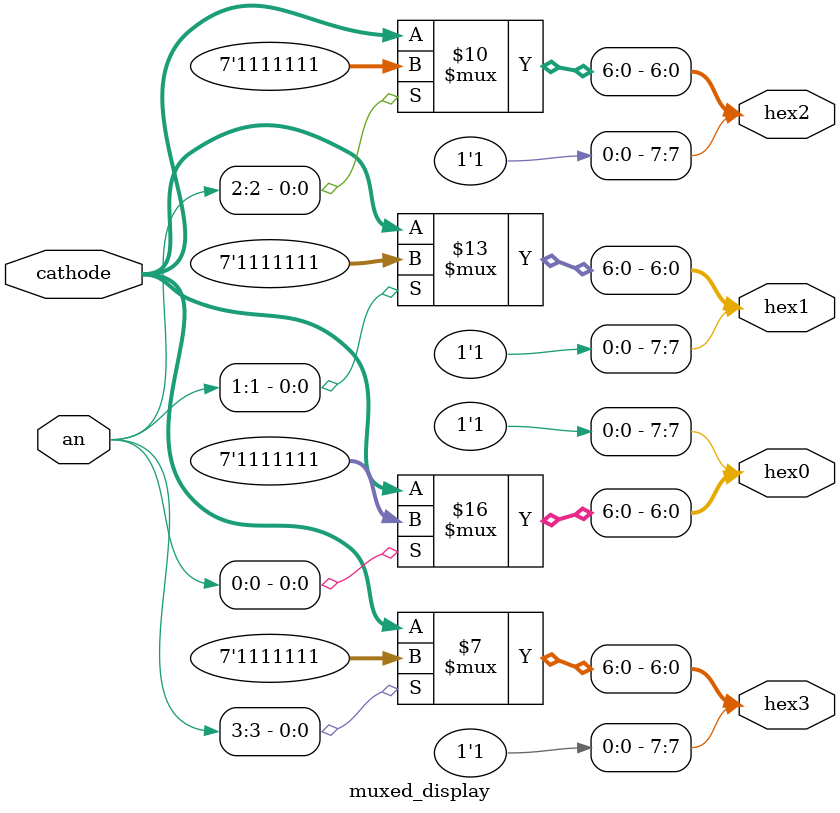
<source format=sv>
module muxed_display (output logic [7:0] hex3, hex2, hex1, hex0,
	input logic [3:0] an, input logic [6:0] cathode);

	always_comb begin
		// defaults - turn off display
		hex0 = 8'b11111111;
		hex1 = 8'b11111111;
		hex2 = 8'b11111111;
		hex3 = 8'b11111111;
		// DE10 are active low, Basys3 are active low
		// Anode is active low on Basys3
		if (an[0] == 1'b0) hex0[6:0] = cathode;
		if (an[1] == 1'b0) hex1[6:0] = cathode;
		if (an[2] == 1'b0) hex2[6:0] = cathode;
		if (an[3] == 1'b0) hex3[6:0] = cathode;
	end

endmodule

</source>
